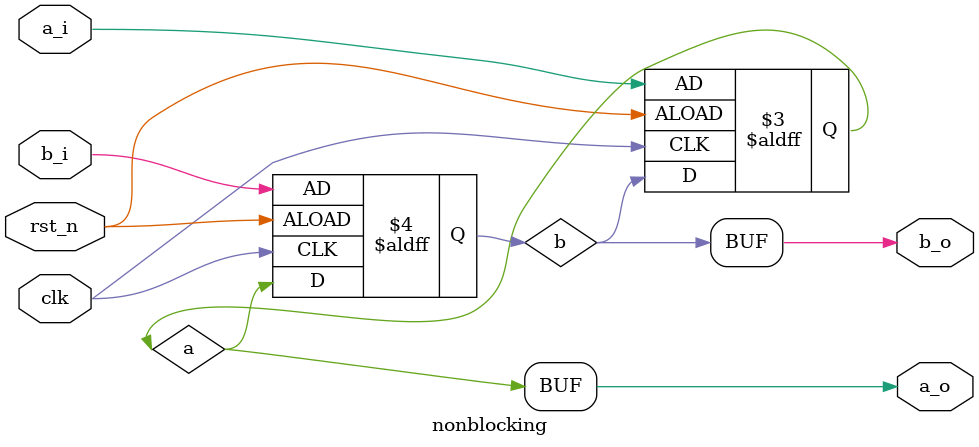
<source format=v>
module nonblocking (clk,rst_n,a_i,b_i,a_o,b_o);
input clk;
input rst_n;
input a_i, b_i;
output a_o, b_o;
reg a, b;
assign a_o = a;
assign b_o = b;
always @(posedge clk or negedge rst_n)
begin
    if (~rst_n)
    begin
        a <= a_i;
        b <= b_i;
    end
    else
    begin
        a <= b;
        b <= a;
    end
end
endmodule

</source>
